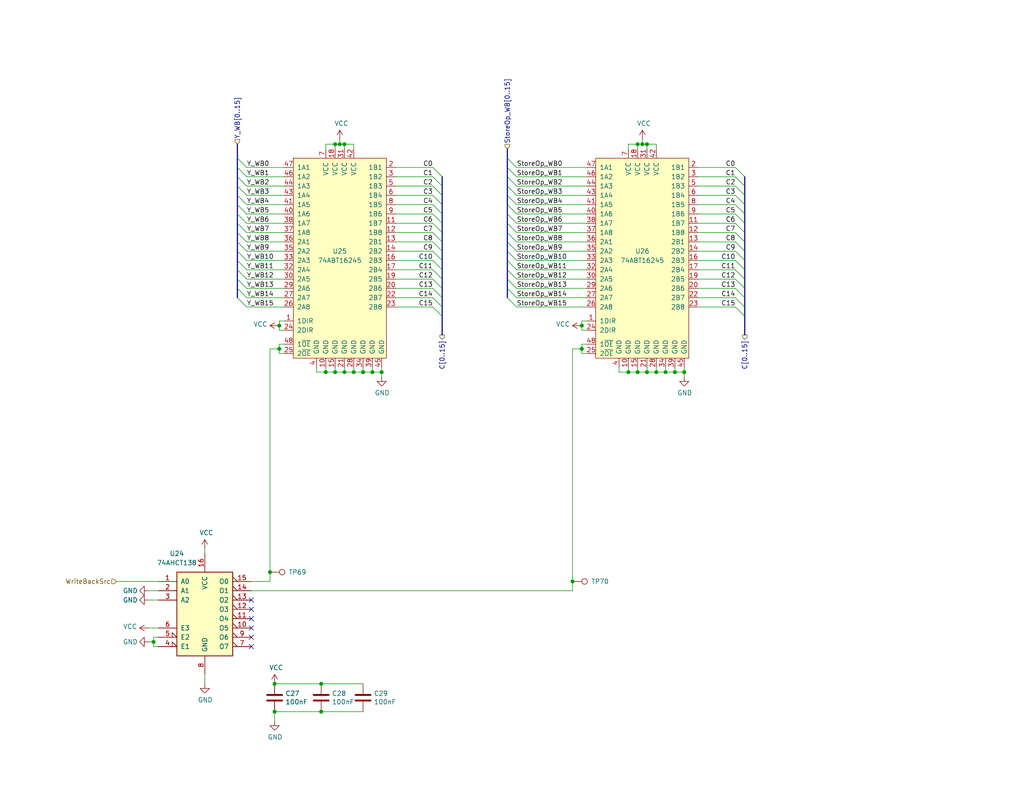
<source format=kicad_sch>
(kicad_sch (version 20230121) (generator eeschema)
  (paper "USLetter")
  (title_block (title "WB: Select Write Back Source") (date "2022-09-25") (rev "C") (comment 2 "or a byte swapped version of the latter.") (comment 3 "It can choose either the ALU result, the store operand / value loaded from peripherals,") (comment 4 "The write back stage can select one of several values to write back to the register file."))
  (lib_symbols
    (symbol "74xx (kicad5):74ABT16245_ab" (pin_names (offset 1.016))
      (property "Reference" "U" (at 0 1.27 0))
      (property "Value" "74ABT16245_ab" (at 0 -1.27 0))
      (symbol "74ABT16245_ab_0_1"
        (rectangle (start -12.7 26.67) (end 12.7 -27.94) (fill (type background)))
      )
      (symbol "74ABT16245_ab_1_1"
        (pin input line (at -15.24 -17.78 0) (length 2.54) (name "1DIR") (number "1"))
        (pin power_in line (at -3.81 -30.48 90) (length 2.54) (name "GND") (number "10"))
        (pin tri_state line (at 15.24 8.89 180) (length 2.54) (name "1B7") (number "11"))
        (pin tri_state line (at 15.24 6.35 180) (length 2.54) (name "1B8") (number "12"))
        (pin tri_state line (at 15.24 3.81 180) (length 2.54) (name "2B1") (number "13"))
        (pin tri_state line (at 15.24 1.27 180) (length 2.54) (name "2B2") (number "14"))
        (pin power_in line (at -1.27 -30.48 90) (length 2.54) (name "GND") (number "15"))
        (pin tri_state line (at 15.24 -1.27 180) (length 2.54) (name "2B3") (number "16"))
        (pin tri_state line (at 15.24 -3.81 180) (length 2.54) (name "2B4") (number "17"))
        (pin power_in line (at -1.27 29.21 270) (length 2.54) (name "VCC") (number "18"))
        (pin tri_state line (at 15.24 -6.35 180) (length 2.54) (name "2B5") (number "19"))
        (pin tri_state line (at 15.24 24.13 180) (length 2.54) (name "1B1") (number "2"))
        (pin tri_state line (at 15.24 -8.89 180) (length 2.54) (name "2B6") (number "20"))
        (pin power_in line (at 1.27 -30.48 90) (length 2.54) (name "GND") (number "21"))
        (pin tri_state line (at 15.24 -11.43 180) (length 2.54) (name "2B7") (number "22"))
        (pin tri_state line (at 15.24 -13.97 180) (length 2.54) (name "2B8") (number "23"))
        (pin input line (at -15.24 -20.32 0) (length 2.54) (name "2DIR") (number "24"))
        (pin input line (at -15.24 -26.67 0) (length 2.54) (name "2~{OE}") (number "25"))
        (pin input line (at -15.24 -13.97 0) (length 2.54) (name "2A8") (number "26"))
        (pin input line (at -15.24 -11.43 0) (length 2.54) (name "2A7") (number "27"))
        (pin power_in line (at 3.81 -30.48 90) (length 2.54) (name "GND") (number "28"))
        (pin input line (at -15.24 -8.89 0) (length 2.54) (name "2A6") (number "29"))
        (pin tri_state line (at 15.24 21.59 180) (length 2.54) (name "1B2") (number "3"))
        (pin input line (at -15.24 -6.35 0) (length 2.54) (name "2A5") (number "30"))
        (pin power_in line (at 1.27 29.21 270) (length 2.54) (name "VCC") (number "31"))
        (pin input line (at -15.24 -3.81 0) (length 2.54) (name "2A4") (number "32"))
        (pin input line (at -15.24 -1.27 0) (length 2.54) (name "2A3") (number "33"))
        (pin power_in line (at 6.35 -30.48 90) (length 2.54) (name "GND") (number "34"))
        (pin input line (at -15.24 1.27 0) (length 2.54) (name "2A2") (number "35"))
        (pin input line (at -15.24 3.81 0) (length 2.54) (name "2A1") (number "36"))
        (pin input line (at -15.24 6.35 0) (length 2.54) (name "1A8") (number "37"))
        (pin input line (at -15.24 8.89 0) (length 2.54) (name "1A7") (number "38"))
        (pin power_in line (at 8.89 -30.48 90) (length 2.54) (name "GND") (number "39"))
        (pin power_in line (at -6.35 -30.48 90) (length 2.54) (name "GND") (number "4"))
        (pin input line (at -15.24 11.43 0) (length 2.54) (name "1A6") (number "40"))
        (pin input line (at -15.24 13.97 0) (length 2.54) (name "1A5") (number "41"))
        (pin power_in line (at 3.81 29.21 270) (length 2.54) (name "VCC") (number "42"))
        (pin input line (at -15.24 16.51 0) (length 2.54) (name "1A4") (number "43"))
        (pin input line (at -15.24 19.05 0) (length 2.54) (name "1A3") (number "44"))
        (pin power_in line (at 11.43 -30.48 90) (length 2.54) (name "GND") (number "45"))
        (pin input line (at -15.24 21.59 0) (length 2.54) (name "1A2") (number "46"))
        (pin input line (at -15.24 24.13 0) (length 2.54) (name "1A1") (number "47"))
        (pin input line (at -15.24 -24.13 0) (length 2.54) (name "1~{OE}") (number "48"))
        (pin tri_state line (at 15.24 19.05 180) (length 2.54) (name "1B3") (number "5"))
        (pin tri_state line (at 15.24 16.51 180) (length 2.54) (name "1B4") (number "6"))
        (pin power_in line (at -3.81 29.21 270) (length 2.54) (name "VCC") (number "7"))
        (pin tri_state line (at 15.24 13.97 180) (length 2.54) (name "1B5") (number "8"))
        (pin tri_state line (at 15.24 11.43 180) (length 2.54) (name "1B6") (number "9"))
      )
    )
    (symbol "74xx:74LS138" (pin_names (offset 1.016))
      (property "Reference" "U" (at -7.62 11.43 0))
      (property "Value" "74LS138" (at -7.62 -13.97 0))
      (symbol "74LS138_1_0"
        (pin input line (at -12.7 7.62 0) (length 5.08) (name "A0") (number "1"))
        (pin output output_low (at 12.7 -5.08 180) (length 5.08) (name "O5") (number "10"))
        (pin output output_low (at 12.7 -2.54 180) (length 5.08) (name "O4") (number "11"))
        (pin output output_low (at 12.7 0 180) (length 5.08) (name "O3") (number "12"))
        (pin output output_low (at 12.7 2.54 180) (length 5.08) (name "O2") (number "13"))
        (pin output output_low (at 12.7 5.08 180) (length 5.08) (name "O1") (number "14"))
        (pin output output_low (at 12.7 7.62 180) (length 5.08) (name "O0") (number "15"))
        (pin power_in line (at 0 15.24 270) (length 5.08) (name "VCC") (number "16"))
        (pin input line (at -12.7 5.08 0) (length 5.08) (name "A1") (number "2"))
        (pin input line (at -12.7 2.54 0) (length 5.08) (name "A2") (number "3"))
        (pin input input_low (at -12.7 -10.16 0) (length 5.08) (name "E1") (number "4"))
        (pin input input_low (at -12.7 -7.62 0) (length 5.08) (name "E2") (number "5"))
        (pin input line (at -12.7 -5.08 0) (length 5.08) (name "E3") (number "6"))
        (pin output output_low (at 12.7 -10.16 180) (length 5.08) (name "O7") (number "7"))
        (pin power_in line (at 0 -17.78 90) (length 5.08) (name "GND") (number "8"))
        (pin output output_low (at 12.7 -7.62 180) (length 5.08) (name "O6") (number "9"))
      )
      (symbol "74LS138_1_1"
        (rectangle (start -7.62 10.16) (end 7.62 -12.7) (stroke (width 0.254)) (fill (type background)))
      )
    )
    (symbol "Connector:TestPoint" (pin_numbers hide) (pin_names (offset 0.762) hide)
      (property "Reference" "TP" (at 0 6.858 0))
      (property "Value" "TestPoint" (at 0 5.08 0))
      (symbol "TestPoint_0_1"
        (circle (center 0 3.302) (radius 0.762))
      )
      (symbol "TestPoint_1_1"
        (pin passive line (at 0 0 90) (length 2.54) (name "1") (number "1"))
      )
    )
    (symbol "Device:C" (pin_numbers hide) (pin_names (offset 0.254))
      (property "Reference" "C" (at 0.635 2.54 0))
      (property "Value" "C" (at 0.635 -2.54 0))
      (symbol "C_0_1"
        (polyline (pts (xy -2.032 -0.762) (xy 2.032 -0.762)) (stroke (width 0.508)))
        (polyline (pts (xy -2.032 0.762) (xy 2.032 0.762)) (stroke (width 0.508)))
      )
      (symbol "C_1_1"
        (pin passive line (at 0 3.81 270) (length 2.794) (name "~") (number "1"))
        (pin passive line (at 0 -3.81 90) (length 2.794) (name "~") (number "2"))
      )
    )
    (symbol "power:GND" (power) (pin_names (offset 0))
      (property "Value" "GND" (at 0 -3.81 0))
      (symbol "GND_0_1"
        (polyline (pts (xy 0 0) (xy 0 -1.27) (xy 1.27 -1.27) (xy 0 -2.54) (xy -1.27 -1.27) (xy 0 -1.27)))
      )
      (symbol "GND_1_1"
        (pin power_in line (at 0 0 270) (length 0) hide (name "GND") (number "1"))
      )
    )
    (symbol "power:VCC" (power) (pin_names (offset 0))
      (property "Value" "VCC" (at 0 3.81 0))
      (symbol "VCC_0_1"
        (polyline (pts (xy -0.762 1.27) (xy 0 2.54)))
        (polyline (pts (xy 0 0) (xy 0 2.54)))
        (polyline (pts (xy 0 2.54) (xy 0.762 1.27)))
      )
      (symbol "VCC_1_1"
        (pin power_in line (at 0 0 90) (length 0) hide (name "VCC") (number "1"))
      )
    )
  )
  (junction (at 74.93 186.69))
  (junction (at 186.69 101.6))
  (junction (at 171.45 101.6))
  (junction (at 74.93 194.31))
  (junction (at 176.53 39.37))
  (junction (at 96.52 101.6))
  (junction (at 87.63 194.31))
  (junction (at 181.61 101.6))
  (junction (at 158.75 95.25))
  (junction (at 104.14 101.6))
  (junction (at 93.98 39.37))
  (junction (at 156.21 158.75))
  (junction (at 92.71 39.37))
  (junction (at 73.66 156.21))
  (junction (at 76.2 95.25))
  (junction (at 93.98 101.6))
  (junction (at 88.9 101.6))
  (junction (at 101.6 101.6))
  (junction (at 184.15 101.6))
  (junction (at 91.44 39.37))
  (junction (at 41.91 175.26))
  (junction (at 91.44 101.6))
  (junction (at 87.63 186.69))
  (junction (at 179.07 101.6))
  (junction (at 173.99 101.6))
  (junction (at 76.2 88.9))
  (junction (at 176.53 101.6))
  (junction (at 175.26 39.37))
  (junction (at 99.06 101.6))
  (junction (at 173.99 39.37))
  (junction (at 158.75 88.9))
  (no_connect (at 68.58 166.37))
  (no_connect (at 68.58 176.53))
  (no_connect (at 68.58 171.45))
  (no_connect (at 68.58 168.91))
  (no_connect (at 68.58 163.83))
  (no_connect (at 68.58 173.99))
  (bus_entry (at 120.65 78.74) (size -2.54 -2.54))
  (bus_entry (at 203.2 50.8) (size -2.54 -2.54))
  (bus_entry (at 120.65 83.82) (size -2.54 -2.54))
  (bus_entry (at 140.97 78.74) (size -2.54 -2.54))
  (bus_entry (at 120.65 68.58) (size -2.54 -2.54))
  (bus_entry (at 140.97 55.88) (size -2.54 -2.54))
  (bus_entry (at 64.77 81.28) (size 2.54 2.54))
  (bus_entry (at 140.97 81.28) (size -2.54 -2.54))
  (bus_entry (at 140.97 63.5) (size -2.54 -2.54))
  (bus_entry (at 203.2 66.04) (size -2.54 -2.54))
  (bus_entry (at 203.2 48.26) (size -2.54 -2.54))
  (bus_entry (at 203.2 63.5) (size -2.54 -2.54))
  (bus_entry (at 203.2 73.66) (size -2.54 -2.54))
  (bus_entry (at 120.65 48.26) (size -2.54 -2.54))
  (bus_entry (at 140.97 58.42) (size -2.54 -2.54))
  (bus_entry (at 140.97 50.8) (size -2.54 -2.54))
  (bus_entry (at 64.77 73.66) (size 2.54 2.54))
  (bus_entry (at 120.65 73.66) (size -2.54 -2.54))
  (bus_entry (at 140.97 68.58) (size -2.54 -2.54))
  (bus_entry (at 140.97 45.72) (size -2.54 -2.54))
  (bus_entry (at 140.97 48.26) (size -2.54 -2.54))
  (bus_entry (at 140.97 60.96) (size -2.54 -2.54))
  (bus_entry (at 120.65 86.36) (size -2.54 -2.54))
  (bus_entry (at 140.97 73.66) (size -2.54 -2.54))
  (bus_entry (at 120.65 58.42) (size -2.54 -2.54))
  (bus_entry (at 64.77 63.5) (size 2.54 2.54))
  (bus_entry (at 64.77 76.2) (size 2.54 2.54))
  (bus_entry (at 140.97 76.2) (size -2.54 -2.54))
  (bus_entry (at 120.65 66.04) (size -2.54 -2.54))
  (bus_entry (at 203.2 81.28) (size -2.54 -2.54))
  (bus_entry (at 203.2 71.12) (size -2.54 -2.54))
  (bus_entry (at 64.77 45.72) (size 2.54 2.54))
  (bus_entry (at 203.2 68.58) (size -2.54 -2.54))
  (bus_entry (at 64.77 66.04) (size 2.54 2.54))
  (bus_entry (at 120.65 81.28) (size -2.54 -2.54))
  (bus_entry (at 203.2 78.74) (size -2.54 -2.54))
  (bus_entry (at 203.2 86.36) (size -2.54 -2.54))
  (bus_entry (at 120.65 76.2) (size -2.54 -2.54))
  (bus_entry (at 64.77 78.74) (size 2.54 2.54))
  (bus_entry (at 120.65 71.12) (size -2.54 -2.54))
  (bus_entry (at 203.2 58.42) (size -2.54 -2.54))
  (bus_entry (at 64.77 68.58) (size 2.54 2.54))
  (bus_entry (at 140.97 53.34) (size -2.54 -2.54))
  (bus_entry (at 203.2 60.96) (size -2.54 -2.54))
  (bus_entry (at 140.97 71.12) (size -2.54 -2.54))
  (bus_entry (at 140.97 66.04) (size -2.54 -2.54))
  (bus_entry (at 64.77 43.18) (size 2.54 2.54))
  (bus_entry (at 203.2 53.34) (size -2.54 -2.54))
  (bus_entry (at 64.77 60.96) (size 2.54 2.54))
  (bus_entry (at 120.65 53.34) (size -2.54 -2.54))
  (bus_entry (at 64.77 50.8) (size 2.54 2.54))
  (bus_entry (at 203.2 55.88) (size -2.54 -2.54))
  (bus_entry (at 203.2 76.2) (size -2.54 -2.54))
  (bus_entry (at 120.65 55.88) (size -2.54 -2.54))
  (bus_entry (at 64.77 71.12) (size 2.54 2.54))
  (bus_entry (at 120.65 50.8) (size -2.54 -2.54))
  (bus_entry (at 120.65 60.96) (size -2.54 -2.54))
  (bus_entry (at 64.77 55.88) (size 2.54 2.54))
  (bus_entry (at 120.65 63.5) (size -2.54 -2.54))
  (bus_entry (at 64.77 48.26) (size 2.54 2.54))
  (bus_entry (at 64.77 58.42) (size 2.54 2.54))
  (bus_entry (at 140.97 83.82) (size -2.54 -2.54))
  (bus_entry (at 203.2 83.82) (size -2.54 -2.54))
  (bus_entry (at 64.77 53.34) (size 2.54 2.54))
  (wire (pts (xy 76.2 95.25) (xy 73.66 95.25)))
  (wire (pts (xy 68.58 161.29) (xy 156.21 161.29)))
  (wire (pts (xy 140.97 48.26) (xy 160.02 48.26)))
  (wire (pts (xy 99.06 101.6) (xy 99.06 100.33)))
  (wire (pts (xy 140.97 53.34) (xy 160.02 53.34)))
  (bus (pts (xy 120.65 83.82) (xy 120.65 86.36)))
  (wire (pts (xy 140.97 73.66) (xy 160.02 73.66)))
  (bus (pts (xy 64.77 43.18) (xy 64.77 45.72)))
  (bus (pts (xy 64.77 63.5) (xy 64.77 66.04)))
  (bus (pts (xy 138.43 63.5) (xy 138.43 66.04)))
  (wire (pts (xy 91.44 101.6) (xy 93.98 101.6)))
  (wire (pts (xy 158.75 93.98) (xy 158.75 95.25)))
  (wire (pts (xy 41.91 175.26) (xy 41.91 176.53)))
  (bus (pts (xy 203.2 86.36) (xy 203.2 91.44)))
  (wire (pts (xy 171.45 39.37) (xy 173.99 39.37)))
  (wire (pts (xy 175.26 39.37) (xy 176.53 39.37)))
  (wire (pts (xy 118.11 60.96) (xy 107.95 60.96)))
  (wire (pts (xy 200.66 60.96) (xy 190.5 60.96)))
  (wire (pts (xy 200.66 66.04) (xy 190.5 66.04)))
  (wire (pts (xy 67.31 76.2) (xy 77.47 76.2)))
  (wire (pts (xy 200.66 68.58) (xy 190.5 68.58)))
  (bus (pts (xy 120.65 48.26) (xy 120.65 50.8)))
  (wire (pts (xy 67.31 81.28) (xy 77.47 81.28)))
  (wire (pts (xy 74.93 196.85) (xy 74.93 194.31)))
  (wire (pts (xy 101.6 101.6) (xy 104.14 101.6)))
  (wire (pts (xy 67.31 83.82) (xy 77.47 83.82)))
  (bus (pts (xy 203.2 53.34) (xy 203.2 55.88)))
  (wire (pts (xy 156.21 95.25) (xy 156.21 158.75)))
  (wire (pts (xy 160.02 93.98) (xy 158.75 93.98)))
  (bus (pts (xy 138.43 45.72) (xy 138.43 48.26)))
  (wire (pts (xy 118.11 58.42) (xy 107.95 58.42)))
  (wire (pts (xy 140.97 76.2) (xy 160.02 76.2)))
  (wire (pts (xy 200.66 45.72) (xy 190.5 45.72)))
  (wire (pts (xy 67.31 48.26) (xy 77.47 48.26)))
  (bus (pts (xy 138.43 78.74) (xy 138.43 81.28)))
  (bus (pts (xy 203.2 48.26) (xy 203.2 50.8)))
  (wire (pts (xy 55.88 149.86) (xy 55.88 151.13)))
  (wire (pts (xy 158.75 90.17) (xy 160.02 90.17)))
  (bus (pts (xy 64.77 50.8) (xy 64.77 53.34)))
  (wire (pts (xy 118.11 71.12) (xy 107.95 71.12)))
  (wire (pts (xy 99.06 101.6) (xy 101.6 101.6)))
  (wire (pts (xy 140.97 68.58) (xy 160.02 68.58)))
  (bus (pts (xy 64.77 78.74) (xy 64.77 81.28)))
  (wire (pts (xy 158.75 88.9) (xy 158.75 90.17)))
  (bus (pts (xy 203.2 78.74) (xy 203.2 81.28)))
  (wire (pts (xy 88.9 101.6) (xy 91.44 101.6)))
  (wire (pts (xy 67.31 66.04) (xy 77.47 66.04)))
  (wire (pts (xy 88.9 39.37) (xy 91.44 39.37)))
  (wire (pts (xy 41.91 173.99) (xy 41.91 175.26)))
  (wire (pts (xy 118.11 66.04) (xy 107.95 66.04)))
  (wire (pts (xy 101.6 101.6) (xy 101.6 100.33)))
  (wire (pts (xy 184.15 101.6) (xy 184.15 100.33)))
  (wire (pts (xy 67.31 73.66) (xy 77.47 73.66)))
  (wire (pts (xy 179.07 101.6) (xy 179.07 100.33)))
  (wire (pts (xy 158.75 95.25) (xy 156.21 95.25)))
  (bus (pts (xy 120.65 86.36) (xy 120.65 91.44)))
  (bus (pts (xy 138.43 66.04) (xy 138.43 68.58)))
  (wire (pts (xy 176.53 40.64) (xy 176.53 39.37)))
  (wire (pts (xy 91.44 39.37) (xy 92.71 39.37)))
  (bus (pts (xy 120.65 53.34) (xy 120.65 55.88)))
  (wire (pts (xy 74.93 186.69) (xy 87.63 186.69)))
  (wire (pts (xy 91.44 40.64) (xy 91.44 39.37)))
  (bus (pts (xy 203.2 60.96) (xy 203.2 63.5)))
  (wire (pts (xy 87.63 186.69) (xy 99.06 186.69)))
  (bus (pts (xy 64.77 66.04) (xy 64.77 68.58)))
  (wire (pts (xy 118.11 63.5) (xy 107.95 63.5)))
  (bus (pts (xy 203.2 68.58) (xy 203.2 71.12)))
  (wire (pts (xy 140.97 50.8) (xy 160.02 50.8)))
  (bus (pts (xy 120.65 81.28) (xy 120.65 83.82)))
  (wire (pts (xy 118.11 81.28) (xy 107.95 81.28)))
  (bus (pts (xy 203.2 55.88) (xy 203.2 58.42)))
  (bus (pts (xy 138.43 60.96) (xy 138.43 63.5)))
  (wire (pts (xy 173.99 40.64) (xy 173.99 39.37)))
  (wire (pts (xy 67.31 78.74) (xy 77.47 78.74)))
  (bus (pts (xy 120.65 73.66) (xy 120.65 76.2)))
  (bus (pts (xy 64.77 73.66) (xy 64.77 76.2)))
  (wire (pts (xy 179.07 39.37) (xy 179.07 40.64)))
  (wire (pts (xy 186.69 101.6) (xy 186.69 100.33)))
  (wire (pts (xy 67.31 63.5) (xy 77.47 63.5)))
  (wire (pts (xy 200.66 81.28) (xy 190.5 81.28)))
  (bus (pts (xy 203.2 81.28) (xy 203.2 83.82)))
  (wire (pts (xy 118.11 68.58) (xy 107.95 68.58)))
  (bus (pts (xy 138.43 53.34) (xy 138.43 55.88)))
  (wire (pts (xy 200.66 63.5) (xy 190.5 63.5)))
  (wire (pts (xy 200.66 48.26) (xy 190.5 48.26)))
  (wire (pts (xy 175.26 38.1) (xy 175.26 39.37)))
  (wire (pts (xy 67.31 50.8) (xy 77.47 50.8)))
  (bus (pts (xy 203.2 50.8) (xy 203.2 53.34)))
  (wire (pts (xy 200.66 53.34) (xy 190.5 53.34)))
  (wire (pts (xy 40.64 171.45) (xy 43.18 171.45)))
  (wire (pts (xy 73.66 156.21) (xy 73.66 158.75)))
  (wire (pts (xy 73.66 158.75) (xy 68.58 158.75)))
  (wire (pts (xy 140.97 71.12) (xy 160.02 71.12)))
  (wire (pts (xy 88.9 100.33) (xy 88.9 101.6)))
  (wire (pts (xy 181.61 101.6) (xy 181.61 100.33)))
  (bus (pts (xy 120.65 71.12) (xy 120.65 73.66)))
  (wire (pts (xy 40.64 161.29) (xy 43.18 161.29)))
  (wire (pts (xy 140.97 81.28) (xy 160.02 81.28)))
  (wire (pts (xy 140.97 60.96) (xy 160.02 60.96)))
  (wire (pts (xy 88.9 40.64) (xy 88.9 39.37)))
  (wire (pts (xy 41.91 176.53) (xy 43.18 176.53)))
  (wire (pts (xy 86.36 101.6) (xy 88.9 101.6)))
  (bus (pts (xy 120.65 55.88) (xy 120.65 58.42)))
  (wire (pts (xy 140.97 58.42) (xy 160.02 58.42)))
  (bus (pts (xy 138.43 43.18) (xy 138.43 45.72)))
  (bus (pts (xy 138.43 55.88) (xy 138.43 58.42)))
  (wire (pts (xy 118.11 50.8) (xy 107.95 50.8)))
  (bus (pts (xy 203.2 71.12) (xy 203.2 73.66)))
  (wire (pts (xy 76.2 90.17) (xy 77.47 90.17)))
  (wire (pts (xy 76.2 96.52) (xy 77.47 96.52)))
  (wire (pts (xy 77.47 87.63) (xy 76.2 87.63)))
  (wire (pts (xy 93.98 40.64) (xy 93.98 39.37)))
  (wire (pts (xy 171.45 100.33) (xy 171.45 101.6)))
  (wire (pts (xy 87.63 194.31) (xy 99.06 194.31)))
  (wire (pts (xy 156.21 158.75) (xy 156.21 161.29)))
  (wire (pts (xy 118.11 83.82) (xy 107.95 83.82)))
  (wire (pts (xy 118.11 55.88) (xy 107.95 55.88)))
  (wire (pts (xy 92.71 39.37) (xy 93.98 39.37)))
  (wire (pts (xy 43.18 173.99) (xy 41.91 173.99)))
  (wire (pts (xy 173.99 101.6) (xy 176.53 101.6)))
  (bus (pts (xy 120.65 63.5) (xy 120.65 66.04)))
  (bus (pts (xy 64.77 76.2) (xy 64.77 78.74)))
  (wire (pts (xy 73.66 95.25) (xy 73.66 156.21)))
  (wire (pts (xy 171.45 101.6) (xy 173.99 101.6)))
  (bus (pts (xy 203.2 76.2) (xy 203.2 78.74)))
  (bus (pts (xy 138.43 68.58) (xy 138.43 71.12)))
  (wire (pts (xy 200.66 55.88) (xy 190.5 55.88)))
  (wire (pts (xy 200.66 78.74) (xy 190.5 78.74)))
  (bus (pts (xy 203.2 58.42) (xy 203.2 60.96)))
  (wire (pts (xy 168.91 101.6) (xy 171.45 101.6)))
  (wire (pts (xy 140.97 83.82) (xy 160.02 83.82)))
  (wire (pts (xy 160.02 87.63) (xy 158.75 87.63)))
  (bus (pts (xy 120.65 78.74) (xy 120.65 81.28)))
  (wire (pts (xy 76.2 87.63) (xy 76.2 88.9)))
  (wire (pts (xy 92.71 38.1) (xy 92.71 39.37)))
  (bus (pts (xy 120.65 50.8) (xy 120.65 53.34)))
  (wire (pts (xy 76.2 95.25) (xy 76.2 96.52)))
  (bus (pts (xy 138.43 71.12) (xy 138.43 73.66)))
  (wire (pts (xy 86.36 100.33) (xy 86.36 101.6)))
  (wire (pts (xy 77.47 93.98) (xy 76.2 93.98)))
  (wire (pts (xy 200.66 83.82) (xy 190.5 83.82)))
  (wire (pts (xy 200.66 73.66) (xy 190.5 73.66)))
  (wire (pts (xy 76.2 93.98) (xy 76.2 95.25)))
  (bus (pts (xy 203.2 63.5) (xy 203.2 66.04)))
  (wire (pts (xy 140.97 45.72) (xy 160.02 45.72)))
  (bus (pts (xy 138.43 73.66) (xy 138.43 76.2)))
  (wire (pts (xy 168.91 100.33) (xy 168.91 101.6)))
  (bus (pts (xy 203.2 83.82) (xy 203.2 86.36)))
  (wire (pts (xy 91.44 100.33) (xy 91.44 101.6)))
  (wire (pts (xy 40.64 163.83) (xy 43.18 163.83)))
  (wire (pts (xy 93.98 101.6) (xy 93.98 100.33)))
  (wire (pts (xy 118.11 53.34) (xy 107.95 53.34)))
  (bus (pts (xy 138.43 76.2) (xy 138.43 78.74)))
  (wire (pts (xy 181.61 101.6) (xy 179.07 101.6)))
  (bus (pts (xy 138.43 40.64) (xy 138.43 43.18)))
  (wire (pts (xy 200.66 76.2) (xy 190.5 76.2)))
  (wire (pts (xy 96.52 101.6) (xy 96.52 100.33)))
  (wire (pts (xy 200.66 58.42) (xy 190.5 58.42)))
  (bus (pts (xy 138.43 48.26) (xy 138.43 50.8)))
  (bus (pts (xy 120.65 60.96) (xy 120.65 63.5)))
  (bus (pts (xy 64.77 60.96) (xy 64.77 63.5)))
  (bus (pts (xy 64.77 53.34) (xy 64.77 55.88)))
  (wire (pts (xy 118.11 45.72) (xy 107.95 45.72)))
  (bus (pts (xy 138.43 50.8) (xy 138.43 53.34)))
  (wire (pts (xy 200.66 71.12) (xy 190.5 71.12)))
  (bus (pts (xy 64.77 39.37) (xy 64.77 43.18)))
  (bus (pts (xy 64.77 55.88) (xy 64.77 58.42)))
  (wire (pts (xy 118.11 76.2) (xy 107.95 76.2)))
  (wire (pts (xy 77.47 45.72) (xy 67.31 45.72)))
  (wire (pts (xy 176.53 39.37) (xy 179.07 39.37)))
  (wire (pts (xy 67.31 55.88) (xy 77.47 55.88)))
  (wire (pts (xy 184.15 101.6) (xy 186.69 101.6)))
  (wire (pts (xy 179.07 101.6) (xy 176.53 101.6)))
  (wire (pts (xy 158.75 95.25) (xy 158.75 96.52)))
  (wire (pts (xy 104.14 101.6) (xy 104.14 100.33)))
  (wire (pts (xy 74.93 194.31) (xy 87.63 194.31)))
  (wire (pts (xy 104.14 102.87) (xy 104.14 101.6)))
  (bus (pts (xy 203.2 73.66) (xy 203.2 76.2)))
  (wire (pts (xy 67.31 60.96) (xy 77.47 60.96)))
  (wire (pts (xy 186.69 102.87) (xy 186.69 101.6)))
  (wire (pts (xy 140.97 55.88) (xy 160.02 55.88)))
  (wire (pts (xy 176.53 101.6) (xy 176.53 100.33)))
  (wire (pts (xy 140.97 78.74) (xy 160.02 78.74)))
  (wire (pts (xy 67.31 71.12) (xy 77.47 71.12)))
  (wire (pts (xy 181.61 101.6) (xy 184.15 101.6)))
  (bus (pts (xy 64.77 48.26) (xy 64.77 50.8)))
  (bus (pts (xy 120.65 66.04) (xy 120.65 68.58)))
  (wire (pts (xy 67.31 53.34) (xy 77.47 53.34)))
  (wire (pts (xy 67.31 58.42) (xy 77.47 58.42)))
  (bus (pts (xy 138.43 58.42) (xy 138.43 60.96)))
  (wire (pts (xy 158.75 87.63) (xy 158.75 88.9)))
  (wire (pts (xy 99.06 101.6) (xy 96.52 101.6)))
  (wire (pts (xy 76.2 88.9) (xy 76.2 90.17)))
  (bus (pts (xy 120.65 58.42) (xy 120.65 60.96)))
  (bus (pts (xy 64.77 71.12) (xy 64.77 73.66)))
  (wire (pts (xy 118.11 78.74) (xy 107.95 78.74)))
  (wire (pts (xy 118.11 73.66) (xy 107.95 73.66)))
  (wire (pts (xy 118.11 48.26) (xy 107.95 48.26)))
  (bus (pts (xy 64.77 45.72) (xy 64.77 48.26)))
  (wire (pts (xy 93.98 39.37) (xy 96.52 39.37)))
  (wire (pts (xy 173.99 100.33) (xy 173.99 101.6)))
  (wire (pts (xy 31.75 158.75) (xy 43.18 158.75)))
  (wire (pts (xy 40.64 175.26) (xy 41.91 175.26)))
  (bus (pts (xy 64.77 58.42) (xy 64.77 60.96)))
  (wire (pts (xy 158.75 96.52) (xy 160.02 96.52)))
  (wire (pts (xy 55.88 184.15) (xy 55.88 186.69)))
  (wire (pts (xy 96.52 39.37) (xy 96.52 40.64)))
  (wire (pts (xy 173.99 39.37) (xy 175.26 39.37)))
  (wire (pts (xy 200.66 50.8) (xy 190.5 50.8)))
  (wire (pts (xy 67.31 68.58) (xy 77.47 68.58)))
  (wire (pts (xy 140.97 66.04) (xy 160.02 66.04)))
  (wire (pts (xy 96.52 101.6) (xy 93.98 101.6)))
  (bus (pts (xy 120.65 68.58) (xy 120.65 71.12)))
  (bus (pts (xy 120.65 76.2) (xy 120.65 78.74)))
  (bus (pts (xy 203.2 66.04) (xy 203.2 68.58)))
  (bus (pts (xy 64.77 68.58) (xy 64.77 71.12)))
  (wire (pts (xy 171.45 40.64) (xy 171.45 39.37)))
  (wire (pts (xy 140.97 63.5) (xy 160.02 63.5)))
  (label "Y_WB15" (at 67.31 83.82 0))
  (label "C4" (at 118.11 55.88 180))
  (label "StoreOp_WB11" (at 140.97 73.66 0))
  (label "Y_WB5" (at 67.31 58.42 0))
  (label "Y_WB9" (at 67.31 68.58 0))
  (label "C2" (at 200.66 50.8 180))
  (label "StoreOp_WB12" (at 140.97 76.2 0))
  (label "Y_WB1" (at 67.31 48.26 0))
  (label "Y_WB11" (at 67.31 73.66 0))
  (label "Y_WB3" (at 67.31 53.34 0))
  (label "StoreOp_WB9" (at 140.97 68.58 0))
  (label "C6" (at 118.11 60.96 180))
  (label "Y_WB12" (at 67.31 76.2 0))
  (label "C13" (at 200.66 78.74 180))
  (label "Y_WB2" (at 67.31 50.8 0))
  (label "C4" (at 200.66 55.88 180))
  (label "C1" (at 200.66 48.26 180))
  (label "C1" (at 118.11 48.26 180))
  (label "Y_WB7" (at 67.31 63.5 0))
  (label "C10" (at 118.11 71.12 180))
  (label "Y_WB8" (at 67.31 66.04 0))
  (label "Y_WB4" (at 67.31 55.88 0))
  (label "StoreOp_WB10" (at 140.97 71.12 0))
  (label "C0" (at 200.66 45.72 180))
  (label "StoreOp_WB5" (at 140.97 58.42 0))
  (label "Y_WB0" (at 67.31 45.72 0))
  (label "StoreOp_WB15" (at 140.97 83.82 0))
  (label "StoreOp_WB8" (at 140.97 66.04 0))
  (label "StoreOp_WB4" (at 140.97 55.88 0))
  (label "StoreOp_WB1" (at 140.97 48.26 0))
  (label "C9" (at 200.66 68.58 180))
  (label "C8" (at 200.66 66.04 180))
  (label "StoreOp_WB6" (at 140.97 60.96 0))
  (label "StoreOp_WB0" (at 140.97 45.72 0))
  (label "Y_WB6" (at 67.31 60.96 0))
  (label "C12" (at 200.66 76.2 180))
  (label "StoreOp_WB13" (at 140.97 78.74 0))
  (label "C11" (at 118.11 73.66 180))
  (label "StoreOp_WB14" (at 140.97 81.28 0))
  (label "C6" (at 200.66 60.96 180))
  (label "C10" (at 200.66 71.12 180))
  (label "Y_WB14" (at 67.31 81.28 0))
  (label "C7" (at 118.11 63.5 180))
  (label "StoreOp_WB2" (at 140.97 50.8 0))
  (label "C14" (at 118.11 81.28 180))
  (label "C15" (at 118.11 83.82 180))
  (label "C3" (at 118.11 53.34 180))
  (label "C5" (at 200.66 58.42 180))
  (label "C8" (at 118.11 66.04 180))
  (label "C2" (at 118.11 50.8 180))
  (label "C12" (at 118.11 76.2 180))
  (label "C15" (at 200.66 83.82 180))
  (label "StoreOp_WB7" (at 140.97 63.5 0))
  (label "C0" (at 118.11 45.72 180))
  (label "C13" (at 118.11 78.74 180))
  (label "C14" (at 200.66 81.28 180))
  (label "C9" (at 118.11 68.58 180))
  (label "Y_WB10" (at 67.31 71.12 0))
  (label "C5" (at 118.11 58.42 180))
  (label "C11" (at 200.66 73.66 180))
  (label "Y_WB13" (at 67.31 78.74 0))
  (label "C3" (at 200.66 53.34 180))
  (label "C7" (at 200.66 63.5 180))
  (label "StoreOp_WB3" (at 140.97 53.34 0))
  (hierarchical_label "Y_WB[0..15]" (shape input) (at 64.77 39.37 90))
  (hierarchical_label "StoreOp_WB[0..15]" (shape input) (at 138.43 40.64 90))
  (hierarchical_label "C[0..15]" (shape output) (at 120.65 91.44 270))
  (hierarchical_label "WriteBackSrc" (shape input) (at 31.75 158.75 180))
  (hierarchical_label "C[0..15]" (shape output) (at 203.2 91.44 270))
  (symbol (lib_id "power:VCC") (at 76.2 88.9 90) (unit 1)
    (property "Reference" "#PWR0117" (effects hide))
    (property "Value" "VCC" (at 72.9742 88.519 90) (effects (justify left)))
  )
  (symbol (lib_id "power:GND") (at 40.64 161.29 270) (unit 1)
    (property "Reference" "#PWR0109" (effects hide))
    (property "Value" "GND" (at 35.56 161.29 90))
  )
  (symbol (lib_id "Device:C") (at 74.93 190.5 0) (unit 1)
    (property "Reference" "C27" (at 77.851 189.3316 0) (effects (justify left)))
    (property "Value" "100nF" (at 77.851 191.643 0) (effects (justify left)))
    (property "Footprint" "Capacitor_SMD:C_0603_1608Metric_Pad1.08x0.95mm_HandSolder" (effects hide))
    (property "Mouser" "https://www.mouser.com/ProductDetail/963-EMK107B7104KAHT" (effects hide))
  )
  (symbol (lib_id "Device:C") (at 87.63 190.5 0) (unit 1)
    (property "Reference" "C28" (at 90.551 189.3316 0) (effects (justify left)))
    (property "Value" "100nF" (at 90.551 191.643 0) (effects (justify left)))
    (property "Footprint" "Capacitor_SMD:C_0603_1608Metric_Pad1.08x0.95mm_HandSolder" (effects hide))
    (property "Mouser" "https://www.mouser.com/ProductDetail/963-EMK107B7104KAHT" (effects hide))
  )
  (symbol (lib_id "power:VCC") (at 74.93 186.69 0) (unit 1)
    (property "Reference" "#PWR0115" (effects hide))
    (property "Value" "VCC" (at 75.3618 182.2958 0))
  )
  (symbol (lib_id "power:GND") (at 74.93 196.85 0) (unit 1)
    (property "Reference" "#PWR0116" (effects hide))
    (property "Value" "GND" (at 75.057 201.2442 0))
  )
  (symbol (lib_id "Device:C") (at 99.06 190.5 0) (unit 1)
    (property "Reference" "C29" (at 101.981 189.3316 0) (effects (justify left)))
    (property "Value" "100nF" (at 101.981 191.643 0) (effects (justify left)))
    (property "Footprint" "Capacitor_SMD:C_0603_1608Metric_Pad1.08x0.95mm_HandSolder" (effects hide))
    (property "Mouser" "https://www.mouser.com/ProductDetail/963-EMK107B7104KAHT" (effects hide))
  )
  (symbol (lib_id "power:GND") (at 55.88 186.69 0) (unit 1)
    (property "Reference" "#PWR0114" (effects hide))
    (property "Value" "GND" (at 56.007 191.0842 0))
  )
  (symbol (lib_id "power:VCC") (at 55.88 149.86 0) (unit 1)
    (property "Reference" "#PWR0113" (effects hide))
    (property "Value" "VCC" (at 56.3118 145.4658 0))
  )
  (symbol (lib_id "power:GND") (at 40.64 163.83 270) (unit 1)
    (property "Reference" "#PWR0110" (effects hide))
    (property "Value" "GND" (at 35.56 163.83 90))
  )
  (symbol (lib_id "power:GND") (at 40.64 175.26 270) (unit 1)
    (property "Reference" "#PWR0112" (effects hide))
    (property "Value" "GND" (at 35.56 175.26 90))
  )
  (symbol (lib_id "power:VCC") (at 40.64 171.45 90) (unit 1)
    (property "Reference" "#PWR0111" (effects hide))
    (property "Value" "VCC" (at 37.4142 171.069 90) (effects (justify left)))
  )
  (symbol (lib_id "power:GND") (at 104.14 102.87 0) (unit 1)
    (property "Reference" "#PWR0119" (effects hide))
    (property "Value" "GND" (at 104.267 107.2642 0))
  )
  (symbol (lib_id "power:VCC") (at 92.71 38.1 0) (unit 1)
    (property "Reference" "#PWR0118" (effects hide))
    (property "Value" "VCC" (at 93.1418 33.7058 0))
  )
  (symbol (lib_id "74xx (kicad5):74ABT16245_ab") (at 92.71 69.85 0) (unit 1)
    (property "Reference" "U25" (at 92.71 68.58 0))
    (property "Value" "74ABT16245" (at 92.71 71.12 0))
    (property "Footprint" "Package_SO:TSSOP-48_6.1x12.5mm_P0.5mm" (effects hide))
    (property "Datasheet" "https://www.mouser.com/datasheet/2/916/74ABT16245B-1318411.pdf" (effects hide))
    (property "Mouser" "https://www.mouser.com/ProductDetail/Nexperia/74ABT16245BDGG112?qs=odJ8N4Y39o5zEd7Jr9Vumg%3D%3D" (effects hide))
  )
  (symbol (lib_id "power:VCC") (at 158.75 88.9 90) (unit 1)
    (property "Reference" "#PWR0120" (effects hide))
    (property "Value" "VCC" (at 155.5242 88.519 90) (effects (justify left)))
  )
  (symbol (lib_id "power:GND") (at 186.69 102.87 0) (unit 1)
    (property "Reference" "#PWR0122" (effects hide))
    (property "Value" "GND" (at 186.817 107.2642 0))
  )
  (symbol (lib_id "power:VCC") (at 175.26 38.1 0) (unit 1)
    (property "Reference" "#PWR0121" (effects hide))
    (property "Value" "VCC" (at 175.6918 33.7058 0))
  )
  (symbol (lib_id "74xx (kicad5):74ABT16245_ab") (at 175.26 69.85 0) (unit 1)
    (property "Reference" "U26" (at 175.26 68.58 0))
    (property "Value" "74ABT16245" (at 175.26 71.12 0))
    (property "Footprint" "Package_SO:TSSOP-48_6.1x12.5mm_P0.5mm" (effects hide))
    (property "Datasheet" "https://www.mouser.com/datasheet/2/916/74ABT16245B-1318411.pdf" (effects hide))
    (property "Mouser" "https://www.mouser.com/ProductDetail/Nexperia/74ABT16245BDGG112?qs=odJ8N4Y39o5zEd7Jr9Vumg%3D%3D" (effects hide))
  )
  (symbol (lib_id "74xx:74LS138") (at 55.88 166.37 0) (unit 1)
    (property "Reference" "U24" (at 48.26 151.13 0))
    (property "Value" "74AHCT138" (at 48.26 153.67 0))
    (property "Footprint" "Package_SO:TSSOP-16_4.4x5mm_P0.65mm" (effects hide))
    (property "Datasheet" "http://www.ti.com/lit/gpn/sn74LS138" (effects hide))
    (property "Mouser" "https://www.mouser.com/ProductDetail/Texas-Instruments/SN74AHCT138PWR?qs=X1HXWTtiZ0Qe%252BapR8HivMQ%3D%3D" (effects hide))
  )
  (symbol (lib_id "Connector:TestPoint") (at 73.66 156.21 270) (unit 1)
    (property "Reference" "TP69" (at 78.74 156.21 90) (effects (justify left)))
    (property "Value" "TP" (effects hide))
    (property "Footprint" "TestPoint:TestPoint_Pad_D1.0mm" (effects hide))
  )
  (symbol (lib_id "Connector:TestPoint") (at 156.21 158.75 270) (unit 1)
    (property "Reference" "TP70" (at 161.29 158.75 90) (effects (justify left)))
    (property "Value" "TP" (effects hide))
    (property "Footprint" "TestPoint:TestPoint_Pad_D1.0mm" (effects hide))
  )
)
</source>
